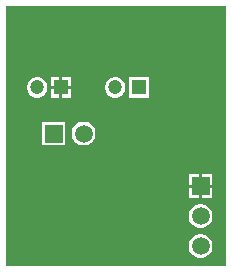
<source format=gbr>
%TF.GenerationSoftware,Altium Limited,Altium Designer,22.7.1 (60)*%
G04 Layer_Physical_Order=2*
G04 Layer_Color=16711680*
%FSLAX45Y45*%
%MOMM*%
%TF.SameCoordinates,04235CBA-543E-4B11-AFE6-CF9E8B66919D*%
%TF.FilePolarity,Positive*%
%TF.FileFunction,Copper,L2,Bot,Signal*%
%TF.Part,Single*%
G01*
G75*
%TA.AperFunction,ComponentPad*%
%ADD17R,1.50000X1.50000*%
%ADD18C,1.50000*%
%ADD19R,1.50000X1.50000*%
%ADD20C,1.20000*%
%ADD21R,1.20000X1.20000*%
G36*
X11176000Y6273800D02*
X9309100D01*
Y8470900D01*
X11176000D01*
Y6273800D01*
D02*
G37*
%LPC*%
G36*
X9862800Y7866800D02*
X9790100D01*
Y7794100D01*
X9862800D01*
Y7866800D01*
D02*
G37*
G36*
X9764700D02*
X9692000D01*
Y7794100D01*
X9764700D01*
Y7866800D01*
D02*
G37*
G36*
X10523200D02*
X10352400D01*
Y7696000D01*
X10523200D01*
Y7866800D01*
D02*
G37*
G36*
X10249043D02*
X10226557D01*
X10204837Y7860980D01*
X10185363Y7849737D01*
X10169463Y7833837D01*
X10158220Y7814363D01*
X10152400Y7792643D01*
Y7770157D01*
X10158220Y7748437D01*
X10169463Y7728963D01*
X10185363Y7713063D01*
X10204837Y7701820D01*
X10226557Y7696000D01*
X10249043D01*
X10270763Y7701820D01*
X10290237Y7713063D01*
X10306137Y7728963D01*
X10317380Y7748437D01*
X10323200Y7770157D01*
Y7792643D01*
X10317380Y7814363D01*
X10306137Y7833837D01*
X10290237Y7849737D01*
X10270763Y7860980D01*
X10249043Y7866800D01*
D02*
G37*
G36*
X9862800Y7768700D02*
X9790100D01*
Y7696000D01*
X9862800D01*
Y7768700D01*
D02*
G37*
G36*
X9764700D02*
X9692000D01*
Y7696000D01*
X9764700D01*
Y7768700D01*
D02*
G37*
G36*
X9588643Y7866800D02*
X9566157D01*
X9544437Y7860980D01*
X9524963Y7849737D01*
X9509063Y7833837D01*
X9497820Y7814363D01*
X9492000Y7792643D01*
Y7770157D01*
X9497820Y7748437D01*
X9509063Y7728963D01*
X9524963Y7713063D01*
X9544437Y7701820D01*
X9566157Y7696000D01*
X9588643D01*
X9610363Y7701820D01*
X9629837Y7713063D01*
X9645737Y7728963D01*
X9656980Y7748437D01*
X9662800Y7770157D01*
Y7792643D01*
X9656980Y7814363D01*
X9645737Y7833837D01*
X9629837Y7849737D01*
X9610363Y7860980D01*
X9588643Y7866800D01*
D02*
G37*
G36*
X9982718Y7491800D02*
X9956282D01*
X9930747Y7484958D01*
X9907853Y7471740D01*
X9889160Y7453047D01*
X9875942Y7430153D01*
X9869100Y7404618D01*
Y7378182D01*
X9875942Y7352647D01*
X9889160Y7329753D01*
X9907853Y7311060D01*
X9930747Y7297842D01*
X9956282Y7291000D01*
X9982718D01*
X10008253Y7297842D01*
X10031147Y7311060D01*
X10049840Y7329753D01*
X10063058Y7352647D01*
X10069900Y7378182D01*
Y7404618D01*
X10063058Y7430153D01*
X10049840Y7453047D01*
X10031147Y7471740D01*
X10008253Y7484958D01*
X9982718Y7491800D01*
D02*
G37*
G36*
X9815900D02*
X9615100D01*
Y7291000D01*
X9815900D01*
Y7491800D01*
D02*
G37*
G36*
X11060500Y7047300D02*
X10972800D01*
Y6959600D01*
X11060500D01*
Y7047300D01*
D02*
G37*
G36*
X10947400D02*
X10859700D01*
Y6959600D01*
X10947400D01*
Y7047300D01*
D02*
G37*
G36*
X11060500Y6934200D02*
X10972800D01*
Y6846500D01*
X11060500D01*
Y6934200D01*
D02*
G37*
G36*
X10947400D02*
X10859700D01*
Y6846500D01*
X10947400D01*
Y6934200D01*
D02*
G37*
G36*
X10973318Y6793300D02*
X10946882D01*
X10921347Y6786458D01*
X10898453Y6773240D01*
X10879760Y6754547D01*
X10866542Y6731653D01*
X10859700Y6706118D01*
Y6679682D01*
X10866542Y6654147D01*
X10879760Y6631253D01*
X10898453Y6612560D01*
X10921347Y6599342D01*
X10946882Y6592500D01*
X10973318D01*
X10998853Y6599342D01*
X11021747Y6612560D01*
X11040440Y6631253D01*
X11053658Y6654147D01*
X11060500Y6679682D01*
Y6706118D01*
X11053658Y6731653D01*
X11040440Y6754547D01*
X11021747Y6773240D01*
X10998853Y6786458D01*
X10973318Y6793300D01*
D02*
G37*
G36*
Y6539300D02*
X10946882D01*
X10921347Y6532458D01*
X10898453Y6519240D01*
X10879760Y6500547D01*
X10866542Y6477653D01*
X10859700Y6452118D01*
Y6425682D01*
X10866542Y6400147D01*
X10879760Y6377253D01*
X10898453Y6358560D01*
X10921347Y6345342D01*
X10946882Y6338500D01*
X10973318D01*
X10998853Y6345342D01*
X11021747Y6358560D01*
X11040440Y6377253D01*
X11053658Y6400147D01*
X11060500Y6425682D01*
Y6452118D01*
X11053658Y6477653D01*
X11040440Y6500547D01*
X11021747Y6519240D01*
X10998853Y6532458D01*
X10973318Y6539300D01*
D02*
G37*
%LPD*%
D17*
X10960100Y6946900D02*
D03*
D18*
Y6692900D02*
D03*
Y6438900D02*
D03*
X9969500Y7391400D02*
D03*
D19*
X9715500D02*
D03*
D20*
X10237800Y7781400D02*
D03*
X9577400D02*
D03*
D21*
X10437800D02*
D03*
X9777400D02*
D03*
%TF.MD5,1b5098b4a7a8195d356d363d02f0a73e*%
M02*

</source>
